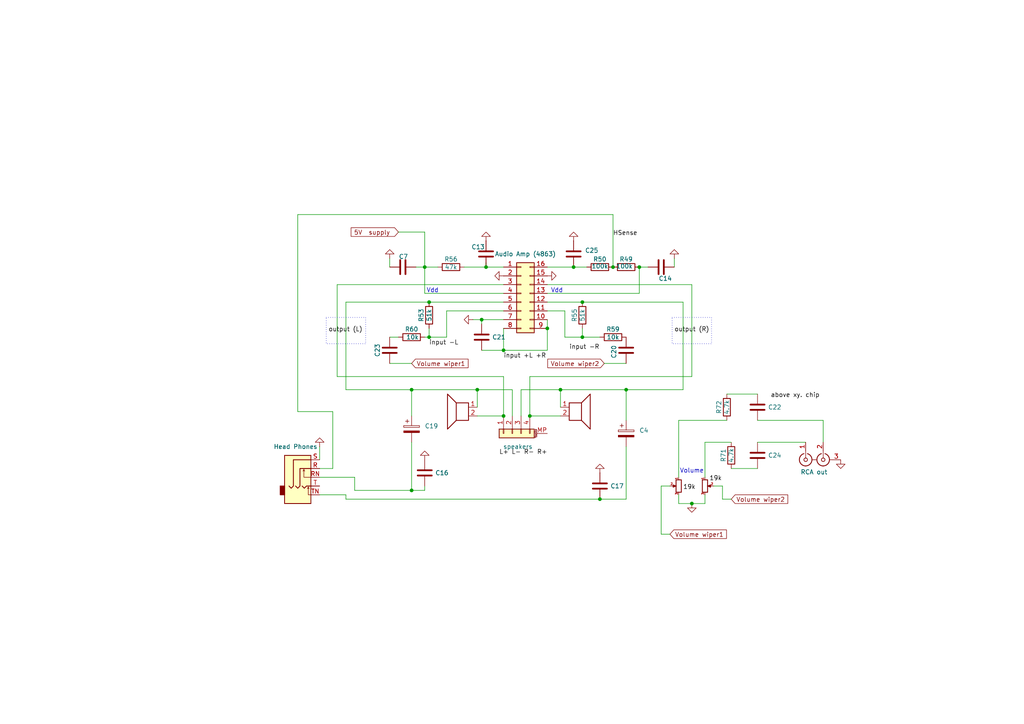
<source format=kicad_sch>
(kicad_sch (version 20250114) (generator "eeschema") (generator_version "9.0")
  (paper "A4")
  (lib_symbols
    (symbol "Connector:Conn_Coaxial_x2" (pin_names (offset 1.016) (hide yes))
      (property "Reference" "J" (at 0 5.715 0))
      (property "Value" "Conn_Coaxial_x2" (at 2.921 0 90))
      (symbol "Conn_Coaxial_x2_0_1"
        (polyline (pts (xy -2.54 2.54) (xy -0.508 2.54)))
        (polyline (pts (xy -2.54 -2.54) (xy -0.508 -2.54)))
        (arc (start 1.778 2.54) (mid 0.222 0.7321) (end -1.778 2.032) (stroke (width 0.254)))
        (arc (start 1.778 -2.54) (mid 0.222 -4.3479) (end -1.778 -3.048) (stroke (width 0.254)))
        (arc (start -1.778 3.048) (mid 0.2221 4.3484) (end 1.778 2.54) (stroke (width 0.254)))
        (arc (start -1.778 -2.032) (mid 0.2221 -0.7316) (end 1.778 -2.54) (stroke (width 0.254)))
        (circle (center 0 2.54) (radius 0.508) (stroke (width 0.2032)))
        (polyline (pts (xy 0 0.762) (xy 0 -0.635)))
        (circle (center 0 -2.54) (radius 0.508) (stroke (width 0.2032)))
        (polyline (pts (xy 0 -5.08) (xy 0 -4.318)))
      )
      (symbol "Conn_Coaxial_x2_1_1"
        (pin passive line (at -5.08 2.54 0) (length 2.54) (name "IN1") (number "1"))
        (pin passive line (at -5.08 -2.54 0) (length 2.54) (name "IN2") (number "2"))
        (pin passive line (at 0 -7.62 90) (length 2.54) (name "EXT") (number "3"))
      )
    )
    (symbol "Connector_Audio:AudioJack3_SwitchTR"
      (property "Reference" "J" (at 0 8.89 0))
      (property "Value" "AudioJack3_SwitchTR" (at 0 6.35 0))
      (symbol "AudioJack3_SwitchTR_0_1"
        (rectangle (start -5.08 -5.08) (end -6.35 -7.62) (stroke (width 0.254)) (fill (type outline)))
        (polyline (pts (xy -1.905 -5.08) (xy -1.27 -5.715) (xy -0.635 -5.08) (xy -0.635 0) (xy 2.54 0)) (stroke (width 0.254)))
        (polyline (pts (xy 0 -5.08) (xy 0.635 -5.715) (xy 1.27 -5.08) (xy 2.54 -5.08)) (stroke (width 0.254)))
        (polyline (pts (xy 0.508 -0.254) (xy 0.762 -0.762)))
        (polyline (pts (xy 1.778 -5.334) (xy 2.032 -5.842)))
        (rectangle (start 2.54 3.81) (end -5.08 -10.16) (stroke (width 0.254)) (fill (type background)))
        (polyline (pts (xy 2.54 2.54) (xy -2.54 2.54) (xy -2.54 -5.08) (xy -3.175 -5.715) (xy -3.81 -5.08)) (stroke (width 0.254)))
        (polyline (pts (xy 2.54 -2.54) (xy 0.508 -2.54) (xy 0.508 -0.254) (xy 0.254 -0.762)))
        (polyline (pts (xy 2.54 -7.62) (xy 1.778 -7.62) (xy 1.778 -5.334) (xy 1.524 -5.842)))
      )
      (symbol "AudioJack3_SwitchTR_1_1"
        (pin passive line (at 5.08 2.54 180) (length 2.54) (name "~") (number "S"))
        (pin passive line (at 5.08 0 180) (length 2.54) (name "~") (number "R"))
        (pin passive line (at 5.08 -2.54 180) (length 2.54) (name "~") (number "RN"))
        (pin passive line (at 5.08 -5.08 180) (length 2.54) (name "~") (number "T"))
        (pin passive line (at 5.08 -7.62 180) (length 2.54) (name "~") (number "TN"))
      )
    )
    (symbol "Connector_Generic:Conn_02x08_Counter_Clockwise" (pin_names (offset 1.016) (hide yes))
      (property "Reference" "J" (at 1.27 10.16 0))
      (property "Value" "Conn_02x08_Counter_Clockwise" (at 1.27 -12.7 0))
      (symbol "Conn_02x08_Counter_Clockwise_1_1"
        (rectangle (start -1.27 8.89) (end 3.81 -11.43) (stroke (width 0.254)) (fill (type background)))
        (rectangle (start -1.27 7.747) (end 0 7.493) (stroke (width 0.1524)))
        (rectangle (start -1.27 5.207) (end 0 4.953) (stroke (width 0.1524)))
        (rectangle (start -1.27 2.667) (end 0 2.413) (stroke (width 0.1524)))
        (rectangle (start -1.27 0.127) (end 0 -0.127) (stroke (width 0.1524)))
        (rectangle (start -1.27 -2.413) (end 0 -2.667) (stroke (width 0.1524)))
        (rectangle (start -1.27 -4.953) (end 0 -5.207) (stroke (width 0.1524)))
        (rectangle (start -1.27 -7.493) (end 0 -7.747) (stroke (width 0.1524)))
        (rectangle (start -1.27 -10.033) (end 0 -10.287) (stroke (width 0.1524)))
        (rectangle (start 3.81 7.747) (end 2.54 7.493) (stroke (width 0.1524)))
        (rectangle (start 3.81 5.207) (end 2.54 4.953) (stroke (width 0.1524)))
        (rectangle (start 3.81 2.667) (end 2.54 2.413) (stroke (width 0.1524)))
        (rectangle (start 3.81 0.127) (end 2.54 -0.127) (stroke (width 0.1524)))
        (rectangle (start 3.81 -2.413) (end 2.54 -2.667) (stroke (width 0.1524)))
        (rectangle (start 3.81 -4.953) (end 2.54 -5.207) (stroke (width 0.1524)))
        (rectangle (start 3.81 -7.493) (end 2.54 -7.747) (stroke (width 0.1524)))
        (rectangle (start 3.81 -10.033) (end 2.54 -10.287) (stroke (width 0.1524)))
        (pin passive line (at -5.08 7.62 0) (length 3.81) (name "Pin_1") (number "1"))
        (pin passive line (at -5.08 5.08 0) (length 3.81) (name "Pin_2") (number "2"))
        (pin passive line (at -5.08 2.54 0) (length 3.81) (name "Pin_3") (number "3"))
        (pin passive line (at -5.08 0 0) (length 3.81) (name "Pin_4") (number "4"))
        (pin passive line (at -5.08 -2.54 0) (length 3.81) (name "Pin_5") (number "5"))
        (pin passive line (at -5.08 -5.08 0) (length 3.81) (name "Pin_6") (number "6"))
        (pin passive line (at -5.08 -7.62 0) (length 3.81) (name "Pin_7") (number "7"))
        (pin passive line (at -5.08 -10.16 0) (length 3.81) (name "Pin_8") (number "8"))
        (pin passive line (at 7.62 7.62 180) (length 3.81) (name "Pin_16") (number "16"))
        (pin passive line (at 7.62 5.08 180) (length 3.81) (name "Pin_15") (number "15"))
        (pin passive line (at 7.62 2.54 180) (length 3.81) (name "Pin_14") (number "14"))
        (pin passive line (at 7.62 0 180) (length 3.81) (name "Pin_13") (number "13"))
        (pin passive line (at 7.62 -2.54 180) (length 3.81) (name "Pin_12") (number "12"))
        (pin passive line (at 7.62 -5.08 180) (length 3.81) (name "Pin_11") (number "11"))
        (pin passive line (at 7.62 -7.62 180) (length 3.81) (name "Pin_10") (number "10"))
        (pin passive line (at 7.62 -10.16 180) (length 3.81) (name "Pin_9") (number "9"))
      )
    )
    (symbol "Connector_Generic_MountingPin:Conn_01x04_MountingPin" (pin_names (offset 1.016) (hide yes))
      (property "Reference" "J" (at 0 5.08 0))
      (property "Value" "Conn_01x04_MountingPin" (at 1.27 -7.62 0))
      (symbol "Conn_01x04_MountingPin_1_1"
        (rectangle (start -1.27 3.81) (end 1.27 -6.35) (stroke (width 0.254)) (fill (type background)))
        (rectangle (start -1.27 2.667) (end 0 2.413) (stroke (width 0.1524)))
        (rectangle (start -1.27 0.127) (end 0 -0.127) (stroke (width 0.1524)))
        (rectangle (start -1.27 -2.413) (end 0 -2.667) (stroke (width 0.1524)))
        (rectangle (start -1.27 -4.953) (end 0 -5.207) (stroke (width 0.1524)))
        (polyline (pts (xy -1.016 -7.112) (xy 1.016 -7.112)) (stroke (width 0.1524)))
        (text "Mounting" (at 0 -6.731 0) (effects (font (size 0.381 0.381))))
        (pin passive line (at -5.08 2.54 0) (length 3.81) (name "Pin_1") (number "1"))
        (pin passive line (at -5.08 0 0) (length 3.81) (name "Pin_2") (number "2"))
        (pin passive line (at -5.08 -2.54 0) (length 3.81) (name "Pin_3") (number "3"))
        (pin passive line (at -5.08 -5.08 0) (length 3.81) (name "Pin_4") (number "4"))
        (pin passive line (at 0 -10.16 90) (length 3.048) (name "MountPin") (number "MP"))
      )
    )
    (symbol "Device:C" (pin_numbers (hide yes)) (pin_names (offset 0.254))
      (property "Reference" "C" (at 0.635 2.54 0))
      (property "Value" "C" (at 0.635 -2.54 0))
      (symbol "C_0_1"
        (polyline (pts (xy -2.032 0.762) (xy 2.032 0.762)) (stroke (width 0.508)))
        (polyline (pts (xy -2.032 -0.762) (xy 2.032 -0.762)) (stroke (width 0.508)))
      )
      (symbol "C_1_1"
        (pin passive line (at 0 3.81 270) (length 2.794) (name "~") (number "1"))
        (pin passive line (at 0 -3.81 90) (length 2.794) (name "~") (number "2"))
      )
    )
    (symbol "Device:C_Polarized" (pin_numbers (hide yes)) (pin_names (offset 0.254))
      (property "Reference" "C" (at 0.635 2.54 0))
      (property "Value" "C_Polarized" (at 0.635 -2.54 0))
      (symbol "C_Polarized_0_1"
        (rectangle (start -2.286 0.508) (end 2.286 1.016))
        (polyline (pts (xy -1.778 2.286) (xy -0.762 2.286)))
        (polyline (pts (xy -1.27 2.794) (xy -1.27 1.778)))
        (rectangle (start 2.286 -0.508) (end -2.286 -1.016) (fill (type outline)))
      )
      (symbol "C_Polarized_1_1"
        (pin passive line (at 0 3.81 270) (length 2.794) (name "~") (number "1"))
        (pin passive line (at 0 -3.81 90) (length 2.794) (name "~") (number "2"))
      )
    )
    (symbol "Device:R" (pin_numbers (hide yes)) (pin_names (offset 0))
      (property "Reference" "R" (at 2.032 0 90))
      (property "Value" "R" (at 0 0 90))
      (symbol "R_0_1"
        (rectangle (start -1.016 -2.54) (end 1.016 2.54) (stroke (width 0.254)))
      )
      (symbol "R_1_1"
        (pin passive line (at 0 3.81 270) (length 1.27) (name "~") (number "1"))
        (pin passive line (at 0 -3.81 90) (length 1.27) (name "~") (number "2"))
      )
    )
    (symbol "Device:R_Potentiometer_Small" (pin_names (offset 1.016) (hide yes))
      (property "Reference" "RV" (at -4.445 0 90))
      (property "Value" "R_Potentiometer_Small" (at -2.54 0 90))
      (symbol "R_Potentiometer_Small_0_1"
        (rectangle (start 0.762 1.8034) (end -0.762 -1.8034) (stroke (width 0.254)))
        (polyline (pts (xy 0.889 0) (xy 0.635 0) (xy 1.651 0.381) (xy 1.651 -0.381) (xy 0.635 0) (xy 0.889 0)) (fill (type outline)))
      )
      (symbol "R_Potentiometer_Small_1_1"
        (pin passive line (at 0 2.54 270) (length 0.635) (name "1") (number "1"))
        (pin passive line (at 0 -2.54 90) (length 0.635) (name "3") (number "3"))
        (pin passive line (at 2.54 0 180) (length 0.9906) (name "2") (number "2"))
      )
    )
    (symbol "Device:Speaker" (pin_names (offset 0) (hide yes))
      (property "Reference" "LS" (at 1.27 5.715 0))
      (property "Value" "Speaker" (at 1.27 3.81 0))
      (symbol "Speaker_0_0"
        (rectangle (start -2.54 1.27) (end 1.016 -3.81) (stroke (width 0.254)))
        (polyline (pts (xy 1.016 1.27) (xy 3.556 3.81) (xy 3.556 -6.35) (xy 1.016 -3.81)) (stroke (width 0.254)))
      )
      (symbol "Speaker_1_1"
        (pin input line (at -5.08 0 0) (length 2.54) (name "1") (number "1"))
        (pin input line (at -5.08 -2.54 0) (length 2.54) (name "2") (number "2"))
      )
    )
    (symbol "power:GND" (power) (pin_numbers (hide yes)) (pin_names (offset 0) (hide yes))
      (property "Value" "GND" (at 0 -3.81 0))
      (symbol "GND_0_1"
        (polyline (pts (xy 0 0) (xy 0 -1.27) (xy 1.27 -1.27) (xy 0 -2.54) (xy -1.27 -1.27) (xy 0 -1.27)))
      )
      (symbol "GND_1_1"
        (pin power_in line (at 0 0 270) (length 0) (name "~") (number "1"))
      )
    )
  )
  (rectangle (start 194.945 92.075) (end 206.375 99.695) (stroke (width 0) (type dot)))
  (rectangle (start 94.615 92.075) (end 106.045 99.695) (stroke (width 0) (type dot)))
  (text "Vdd" (at 161.544 84.328 0) (effects (font (size 1.27 1.27))))
  (text "Volume" (at 200.66 136.652 0) (effects (font (size 1.27 1.27))))
  (text "Vdd" (at 125.476 84.328 0) (effects (font (size 1.27 1.27))))
  (junction (at 139.7 92.71))
  (junction (at 166.37 77.47))
  (junction (at 124.46 87.63))
  (junction (at 138.43 113.03))
  (junction (at 185.42 77.47))
  (junction (at 119.38 142.24))
  (junction (at 153.67 120.65))
  (junction (at 158.75 95.25))
  (junction (at 168.91 97.79))
  (junction (at 200.66 146.05))
  (junction (at 146.05 120.65))
  (junction (at 177.8 77.47))
  (junction (at 146.05 101.6))
  (junction (at 124.46 97.79))
  (junction (at 123.19 77.47))
  (junction (at 119.38 113.03))
  (junction (at 162.56 113.03))
  (junction (at 168.91 87.63))
  (junction (at 173.99 144.78))
  (junction (at 181.61 113.03))
  (junction (at 140.97 77.47))
  (wire (pts (xy 146.05 109.22) (xy 146.05 120.65)))
  (wire (pts (xy 92.71 135.89) (xy 96.52 135.89)))
  (wire (pts (xy 100.33 144.78) (xy 173.99 144.78)))
  (wire (pts (xy 92.71 129.54) (xy 92.71 133.35)))
  (wire (pts (xy 158.75 82.55) (xy 200.66 82.55)))
  (wire (pts (xy 146.05 82.55) (xy 97.79 82.55)))
  (wire (pts (xy 138.43 118.11) (xy 138.43 113.03)))
  (wire (pts (xy 194.31 140.97) (xy 191.77 140.97)))
  (wire (pts (xy 196.85 143.51) (xy 196.85 146.05)))
  (wire (pts (xy 115.57 67.31) (xy 123.19 67.31)))
  (wire (pts (xy 196.85 138.43) (xy 196.85 121.92)))
  (wire (pts (xy 196.85 121.92) (xy 210.82 121.92)))
  (wire (pts (xy 138.43 120.65) (xy 146.05 120.65)))
  (wire (pts (xy 168.91 87.63) (xy 198.12 87.63)))
  (wire (pts (xy 158.75 87.63) (xy 168.91 87.63)))
  (wire (pts (xy 100.33 113.03) (xy 100.33 87.63)))
  (wire (pts (xy 119.38 120.65) (xy 119.38 113.03)))
  (wire (pts (xy 209.55 144.78) (xy 212.09 144.78)))
  (wire (pts (xy 168.91 95.25) (xy 168.91 97.79)))
  (wire (pts (xy 148.59 113.03) (xy 148.59 120.65)))
  (wire (pts (xy 185.42 77.47) (xy 185.42 85.09)))
  (wire (pts (xy 163.83 90.17) (xy 163.83 97.79)))
  (wire (pts (xy 100.33 87.63) (xy 124.46 87.63)))
  (wire (pts (xy 102.87 138.43) (xy 102.87 142.24)))
  (wire (pts (xy 200.66 82.55) (xy 200.66 109.22)))
  (wire (pts (xy 140.97 77.47) (xy 134.62 77.47)))
  (wire (pts (xy 209.55 140.97) (xy 209.55 144.78)))
  (wire (pts (xy 146.05 77.47) (xy 140.97 77.47)))
  (wire (pts (xy 139.7 92.71) (xy 139.7 93.98)))
  (wire (pts (xy 168.91 97.79) (xy 173.99 97.79)))
  (wire (pts (xy 163.83 97.79) (xy 168.91 97.79)))
  (wire (pts (xy 181.61 129.54) (xy 181.61 144.78)))
  (wire (pts (xy 175.26 105.41) (xy 181.61 105.41)))
  (wire (pts (xy 113.03 105.41) (xy 119.38 105.41)))
  (wire (pts (xy 113.03 97.79) (xy 115.57 97.79)))
  (wire (pts (xy 97.79 82.55) (xy 97.79 109.22)))
  (wire (pts (xy 137.16 92.71) (xy 139.7 92.71)))
  (wire (pts (xy 96.52 135.89) (xy 96.52 119.38)))
  (wire (pts (xy 200.66 109.22) (xy 153.67 109.22)))
  (wire (pts (xy 158.75 85.09) (xy 185.42 85.09)))
  (wire (pts (xy 207.01 140.97) (xy 209.55 140.97)))
  (wire (pts (xy 100.33 113.03) (xy 119.38 113.03)))
  (wire (pts (xy 124.46 95.25) (xy 124.46 97.79)))
  (wire (pts (xy 204.47 128.27) (xy 212.09 128.27)))
  (wire (pts (xy 177.8 62.23) (xy 177.8 77.47)))
  (wire (pts (xy 153.67 109.22) (xy 153.67 120.65)))
  (wire (pts (xy 158.75 77.47) (xy 166.37 77.47)))
  (wire (pts (xy 146.05 101.6) (xy 158.75 101.6)))
  (wire (pts (xy 120.65 77.47) (xy 123.19 77.47)))
  (wire (pts (xy 100.33 143.51) (xy 100.33 144.78)))
  (wire (pts (xy 119.38 113.03) (xy 138.43 113.03)))
  (wire (pts (xy 138.43 113.03) (xy 148.59 113.03)))
  (wire (pts (xy 119.38 128.27) (xy 119.38 142.24)))
  (wire (pts (xy 196.85 146.05) (xy 200.66 146.05)))
  (wire (pts (xy 204.47 138.43) (xy 204.47 128.27)))
  (wire (pts (xy 185.42 77.47) (xy 187.96 77.47)))
  (wire (pts (xy 86.36 119.38) (xy 86.36 62.23)))
  (wire (pts (xy 162.56 113.03) (xy 181.61 113.03)))
  (wire (pts (xy 151.13 113.03) (xy 151.13 120.65)))
  (wire (pts (xy 124.46 87.63) (xy 146.05 87.63)))
  (wire (pts (xy 86.36 62.23) (xy 177.8 62.23)))
  (wire (pts (xy 195.58 74.93) (xy 195.58 77.47)))
  (wire (pts (xy 238.76 121.92) (xy 238.76 128.27)))
  (wire (pts (xy 92.71 143.51) (xy 100.33 143.51)))
  (wire (pts (xy 219.71 121.92) (xy 238.76 121.92)))
  (wire (pts (xy 204.47 146.05) (xy 204.47 143.51)))
  (wire (pts (xy 123.19 142.24) (xy 123.19 140.97)))
  (wire (pts (xy 127 77.47) (xy 123.19 77.47)))
  (wire (pts (xy 123.19 97.79) (xy 124.46 97.79)))
  (wire (pts (xy 123.19 77.47) (xy 123.19 85.09)))
  (wire (pts (xy 181.61 113.03) (xy 198.12 113.03)))
  (wire (pts (xy 219.71 128.27) (xy 233.68 128.27)))
  (wire (pts (xy 181.61 144.78) (xy 173.99 144.78)))
  (wire (pts (xy 139.7 101.6) (xy 146.05 101.6)))
  (wire (pts (xy 191.77 140.97) (xy 191.77 154.94)))
  (wire (pts (xy 102.87 142.24) (xy 119.38 142.24)))
  (wire (pts (xy 119.38 142.24) (xy 123.19 142.24)))
  (wire (pts (xy 158.75 90.17) (xy 163.83 90.17)))
  (wire (pts (xy 200.66 146.05) (xy 204.47 146.05)))
  (wire (pts (xy 129.54 90.17) (xy 146.05 90.17)))
  (wire (pts (xy 198.12 87.63) (xy 198.12 113.03)))
  (wire (pts (xy 153.67 120.65) (xy 162.56 120.65)))
  (wire (pts (xy 191.77 154.94) (xy 194.31 154.94)))
  (wire (pts (xy 146.05 95.25) (xy 146.05 101.6)))
  (wire (pts (xy 212.09 135.89) (xy 219.71 135.89)))
  (wire (pts (xy 123.19 67.31) (xy 123.19 77.47)))
  (wire (pts (xy 96.52 119.38) (xy 86.36 119.38)))
  (wire (pts (xy 170.18 77.47) (xy 166.37 77.47)))
  (wire (pts (xy 146.05 92.71) (xy 139.7 92.71)))
  (wire (pts (xy 140.97 77.47) (xy 140.97 76.2)))
  (wire (pts (xy 129.54 90.17) (xy 129.54 97.79)))
  (wire (pts (xy 151.13 113.03) (xy 162.56 113.03)))
  (wire (pts (xy 210.82 114.3) (xy 219.71 114.3)))
  (wire (pts (xy 113.03 77.47) (xy 113.03 74.93)))
  (wire (pts (xy 92.71 138.43) (xy 102.87 138.43)))
  (wire (pts (xy 124.46 97.79) (xy 129.54 97.79)))
  (wire (pts (xy 158.75 95.25) (xy 158.75 101.6)))
  (wire (pts (xy 146.05 85.09) (xy 123.19 85.09)))
  (wire (pts (xy 162.56 113.03) (xy 162.56 118.11)))
  (wire (pts (xy 158.75 92.71) (xy 158.75 95.25)))
  (wire (pts (xy 181.61 121.92) (xy 181.61 113.03)))
  (wire (pts (xy 97.79 109.22) (xy 146.05 109.22)))
  (label "output (R)" (at 195.58 96.52 0))
  (label "output (L)" (at 95.25 96.52 0))
  (label "HSense" (at 177.8 68.58 0))
  (label "above xy. chip" (at 223.52 115.57 0))
  (label "input -L" (at 124.46 100.33 0))
  (label "input +L +R" (at 146.05 104.14 0))
  (label "19k" (at 205.74 139.7 0))
  (label "input -R" (at 165.1 101.6 0))
  (label "L+ L- R- R+" (at 144.78 132.08 0))
  (label "19k" (at 198.12 142.24 0))
  (global_label "Volume wiper1" (shape input) (at 194.31 154.94 0) (property "Intersheetrefs" "${INTERSHEET_REFS}" (effects (hide yes))))
  (global_label "Volume wiper2" (shape input) (at 175.26 105.41 180) (property "Intersheetrefs" "${INTERSHEET_REFS}" (effects (hide yes))))
  (global_label "Volume wiper1" (shape input) (at 119.38 105.41 0) (property "Intersheetrefs" "${INTERSHEET_REFS}" (effects (hide yes))))
  (global_label "5V  supply " (shape input) (at 115.57 67.31 180) (property "Intersheetrefs" "${INTERSHEET_REFS}" (effects (hide yes))))
  (global_label "Volume wiper2" (shape input) (at 212.09 144.78 0) (property "Intersheetrefs" "${INTERSHEET_REFS}" (effects (hide yes))))
  (symbol (lib_id "Device:C") (at 123.19 137.16 180) (unit 1)
    (property "Reference" "C16" (at 126.238 137.16 0) (effects (justify right)))
    (property "Value" "C" (effects (hide yes)))
    (property "Description" "Unpolarized capacitor" (effects (hide yes)))
  )
  (symbol (lib_id "Device:R_Potentiometer_Small") (at 196.85 140.97 0) (mirror y) (unit 1)
    (property "Reference" "RV?" (effects (hide yes)))
    (property "Value" "R_Potentiometer_Small" (effects (hide yes)))
    (property "Description" "Potentiometer" (effects (hide yes)))
  )
  (symbol (lib_id "Connector_Generic:Conn_02x08_Counter_Clockwise") (at 151.13 85.09 0) (unit 1)
    (property "Reference" "J?" (effects (hide yes)))
    (property "Value" "Audio Amp (4863)" (at 152.4 73.66 0))
    (property "Description" "Generic connector, double row, 02x08, counter clockwise pin numbering scheme (similar to DIP package numbering), script generated (kicad-library-utils/schlib/autogen/connector/)" (effects (hide yes)))
  )
  (symbol (lib_id "power:GND") (at 146.05 80.01 270) (unit 1)
    (property "Reference" "#PWR022" (effects (hide yes)))
    (property "Value" "GND" (effects (hide yes)))
    (property "Description" "Power symbol creates a global label with name \"GND\" , ground" (effects (hide yes)))
  )
  (symbol (lib_id "power:GND") (at 243.84 133.35 0) (unit 1)
    (property "Reference" "#PWR031" (effects (hide yes)))
    (property "Value" "GND" (effects (hide yes)))
    (property "Description" "Power symbol creates a global label with name \"GND\" , ground" (effects (hide yes)))
  )
  (symbol (lib_id "Device:C") (at 191.77 77.47 90) (unit 1)
    (property "Reference" "C14" (at 191.008 80.772 90) (effects (justify right)))
    (property "Value" "C" (effects (hide yes)))
    (property "Description" "Unpolarized capacitor" (effects (hide yes)))
  )
  (symbol (lib_id "Device:C") (at 139.7 97.79 180) (unit 1)
    (property "Reference" "C21" (at 142.748 97.79 0) (effects (justify right)))
    (property "Value" "C" (effects (hide yes)))
    (property "Description" "Unpolarized capacitor" (effects (hide yes)))
  )
  (symbol (lib_id "Device:C_Polarized") (at 181.61 125.73 0) (unit 1)
    (property "Reference" "C4" (at 185.42 124.8409 0) (effects (justify left)))
    (property "Value" "C_Polarized" (effects (hide yes)))
    (property "Description" "Polarized capacitor" (effects (hide yes)))
  )
  (symbol (lib_id "Device:R") (at 181.61 77.47 90) (unit 1)
    (property "Reference" "R49" (at 181.61 75.184 90))
    (property "Value" "100k" (at 181.102 77.216 90))
    (property "Description" "Resistor" (effects (hide yes)))
  )
  (symbol (lib_id "Device:C") (at 173.99 140.97 180) (unit 1)
    (property "Reference" "C17" (at 177.038 140.97 0) (effects (justify right)))
    (property "Value" "C" (effects (hide yes)))
    (property "Description" "Unpolarized capacitor" (effects (hide yes)))
  )
  (symbol (lib_id "Device:R") (at 212.09 132.08 180) (unit 1)
    (property "Reference" "R71" (at 209.804 132.08 90))
    (property "Value" "4.7k" (at 212.09 132.08 90))
    (property "Description" "Resistor" (effects (hide yes)))
  )
  (symbol (lib_id "Device:Speaker") (at 167.64 118.11 0) (unit 1)
    (property "Reference" "LS?" (effects (hide yes)))
    (property "Value" "Speaker" (effects (hide yes)))
    (property "Description" "Speaker" (effects (hide yes)))
  )
  (symbol (lib_id "Device:R_Potentiometer_Small") (at 204.47 140.97 0) (unit 1)
    (property "Reference" "RV1" (effects (hide yes)))
    (property "Value" "R_Potentiometer_Small" (effects (hide yes)))
    (property "Description" "Potentiometer" (effects (hide yes)))
  )
  (symbol (lib_id "power:GND") (at 137.16 92.71 270) (unit 1)
    (property "Reference" "#PWR021" (effects (hide yes)))
    (property "Value" "GND" (effects (hide yes)))
    (property "Description" "Power symbol creates a global label with name \"GND\" , ground" (effects (hide yes)))
  )
  (symbol (lib_id "power:GND") (at 113.03 74.93 180) (unit 1)
    (property "Reference" "#PWR024" (effects (hide yes)))
    (property "Value" "GND" (effects (hide yes)))
    (property "Description" "Power symbol creates a global label with name \"GND\" , ground" (effects (hide yes)))
  )
  (symbol (lib_id "Device:R") (at 173.99 77.47 90) (unit 1)
    (property "Reference" "R50" (at 173.99 75.184 90))
    (property "Value" "100k" (at 173.99 77.216 90))
    (property "Description" "Resistor" (effects (hide yes)))
  )
  (symbol (lib_id "Device:C") (at 166.37 73.66 180) (unit 1)
    (property "Reference" "C25" (at 169.672 72.644 0) (effects (justify right)))
    (property "Value" "C" (effects (hide yes)))
    (property "Description" "Unpolarized capacitor" (effects (hide yes)))
  )
  (symbol (lib_id "power:GND") (at 173.99 137.16 180) (unit 1)
    (property "Reference" "#PWR020" (effects (hide yes)))
    (property "Value" "GND" (effects (hide yes)))
    (property "Description" "Power symbol creates a global label with name \"GND\" , ground" (effects (hide yes)))
  )
  (symbol (lib_id "Device:R") (at 168.91 91.44 180) (unit 1)
    (property "Reference" "R55" (at 166.624 91.44 90))
    (property "Value" "51k" (at 168.91 91.44 90))
    (property "Description" "Resistor" (effects (hide yes)))
  )
  (symbol (lib_id "Device:R") (at 124.46 91.44 180) (unit 1)
    (property "Reference" "R53" (at 122.174 91.44 90))
    (property "Value" "51k" (at 124.46 91.44 90))
    (property "Description" "Resistor" (effects (hide yes)))
  )
  (symbol (lib_id "power:GND") (at 92.71 129.54 180) (unit 1)
    (property "Reference" "#PWR028" (effects (hide yes)))
    (property "Value" "GND" (effects (hide yes)))
    (property "Description" "Power symbol creates a global label with name \"GND\" , ground" (effects (hide yes)))
  )
  (symbol (lib_id "Device:Speaker") (at 133.35 118.11 0) (mirror y) (unit 1)
    (property "Reference" "LS1" (effects (hide yes)))
    (property "Value" "Speaker" (effects (hide yes)))
    (property "Description" "Speaker" (effects (hide yes)))
  )
  (symbol (lib_id "Connector_Audio:AudioJack3_SwitchTR") (at 87.63 135.89 0) (unit 1)
    (property "Reference" "J?" (effects (hide yes)))
    (property "Value" "Head Phones" (at 85.725 129.54 0))
    (property "Description" "Audio Jack, 3 Poles (Stereo / TRS), Switched TR Poles (Normalling)" (effects (hide yes)))
  )
  (symbol (lib_id "power:GND") (at 166.37 69.85 180) (unit 1)
    (property "Reference" "#PWR018" (effects (hide yes)))
    (property "Value" "GND" (effects (hide yes)))
    (property "Description" "Power symbol creates a global label with name \"GND\" , ground" (effects (hide yes)))
  )
  (symbol (lib_id "Device:C") (at 140.97 73.66 0) (unit 1)
    (property "Reference" "C13" (at 138.684 71.628 0))
    (property "Value" "C" (effects (hide yes)))
    (property "Description" "Unpolarized capacitor" (effects (hide yes)))
  )
  (symbol (lib_id "Device:C") (at 219.71 132.08 180) (unit 1)
    (property "Reference" "C24" (at 222.758 132.08 0) (effects (justify right)))
    (property "Value" "C" (effects (hide yes)))
    (property "Description" "Unpolarized capacitor" (effects (hide yes)))
  )
  (symbol (lib_id "Connector_Generic_MountingPin:Conn_01x04_MountingPin") (at 148.59 125.73 90) (mirror x) (unit 1)
    (property "Reference" "J?" (effects (hide yes)))
    (property "Value" "speakers" (at 150.2156 129.54 90))
    (property "Description" "Generic connectable mounting pin connector, single row, 01x04, script generated (kicad-library-utils/schlib/autogen/connector/)" (effects (hide yes)))
  )
  (symbol (lib_id "Device:C_Polarized") (at 119.38 124.46 0) (unit 1)
    (property "Reference" "C19" (at 123.19 123.5709 0) (effects (justify left)))
    (property "Value" "C_Polarized" (effects (hide yes)))
    (property "Description" "Polarized capacitor" (effects (hide yes)))
  )
  (symbol (lib_id "power:GND") (at 158.75 80.01 90) (unit 1)
    (property "Reference" "#PWR023" (effects (hide yes)))
    (property "Value" "GND" (effects (hide yes)))
    (property "Description" "Power symbol creates a global label with name \"GND\" , ground" (effects (hide yes)))
  )
  (symbol (lib_id "Device:C") (at 116.84 77.47 270) (unit 1)
    (property "Reference" "C7" (at 118.364 74.422 90) (effects (justify right)))
    (property "Value" "C" (effects (hide yes)))
    (property "Description" "Unpolarized capacitor" (effects (hide yes)))
  )
  (symbol (lib_id "power:GND") (at 123.19 133.35 180) (unit 1)
    (property "Reference" "#PWR019" (effects (hide yes)))
    (property "Value" "GND" (effects (hide yes)))
    (property "Description" "Power symbol creates a global label with name \"GND\" , ground" (effects (hide yes)))
  )
  (symbol (lib_id "Device:R") (at 210.82 118.11 180) (unit 1)
    (property "Reference" "R72" (at 208.534 118.11 90))
    (property "Value" "4.7k" (at 210.82 118.11 90))
    (property "Description" "Resistor" (effects (hide yes)))
  )
  (symbol (lib_id "Device:R") (at 130.81 77.47 90) (unit 1)
    (property "Reference" "R56" (at 130.81 75.184 90))
    (property "Value" "47k" (at 130.81 77.47 90))
    (property "Description" "Resistor" (effects (hide yes)))
  )
  (symbol (lib_id "power:GND") (at 195.58 74.93 180) (unit 1)
    (property "Reference" "#PWR025" (effects (hide yes)))
    (property "Value" "GND" (effects (hide yes)))
    (property "Description" "Power symbol creates a global label with name \"GND\" , ground" (effects (hide yes)))
  )
  (symbol (lib_id "Connector:Conn_Coaxial_x2") (at 236.22 133.35 90) (mirror x) (unit 1)
    (property "Reference" "J?" (effects (hide yes)))
    (property "Value" "RCA out" (at 240.03 136.906 90) (effects (justify left)))
    (property "Description" "double coaxial connector (BNC, SMA, SMB, SMC, Cinch/RCA, LEMO, ...)" (effects (hide yes)))
  )
  (symbol (lib_id "Device:R") (at 177.8 97.79 90) (unit 1)
    (property "Reference" "R59" (at 177.8 95.504 90))
    (property "Value" "10k" (at 177.8 97.79 90))
    (property "Description" "Resistor" (effects (hide yes)))
  )
  (symbol (lib_id "power:GND") (at 140.97 69.85 180) (unit 1)
    (property "Reference" "#PWR016" (effects (hide yes)))
    (property "Value" "GND" (effects (hide yes)))
    (property "Description" "Power symbol creates a global label with name \"GND\" , ground" (effects (hide yes)))
  )
  (symbol (lib_id "Device:R") (at 119.38 97.79 90) (unit 1)
    (property "Reference" "R60" (at 119.38 95.504 90))
    (property "Value" "10k" (at 119.634 97.79 90))
    (property "Description" "Resistor" (effects (hide yes)))
  )
  (symbol (lib_id "Device:C") (at 219.71 118.11 180) (unit 1)
    (property "Reference" "C22" (at 222.758 118.11 0) (effects (justify right)))
    (property "Value" "C" (effects (hide yes)))
    (property "Description" "Unpolarized capacitor" (effects (hide yes)))
  )
  (symbol (lib_id "Device:C") (at 181.61 101.6 0) (unit 1)
    (property "Reference" "C20" (at 178.054 100.076 90) (effects (justify right)))
    (property "Value" "C" (effects (hide yes)))
    (property "Description" "Unpolarized capacitor" (effects (hide yes)))
  )
  (symbol (lib_id "power:GND") (at 200.66 146.05 0) (unit 1)
    (property "Reference" "#PWR030" (effects (hide yes)))
    (property "Value" "GND" (effects (hide yes)))
    (property "Description" "Power symbol creates a global label with name \"GND\" , ground" (effects (hide yes)))
  )
  (symbol (lib_id "Device:C") (at 113.03 101.6 180) (unit 1)
    (property "Reference" "C23" (at 109.474 101.6 90))
    (property "Value" "C" (effects (hide yes)))
    (property "Description" "Unpolarized capacitor" (effects (hide yes)))
  )
)
</source>
